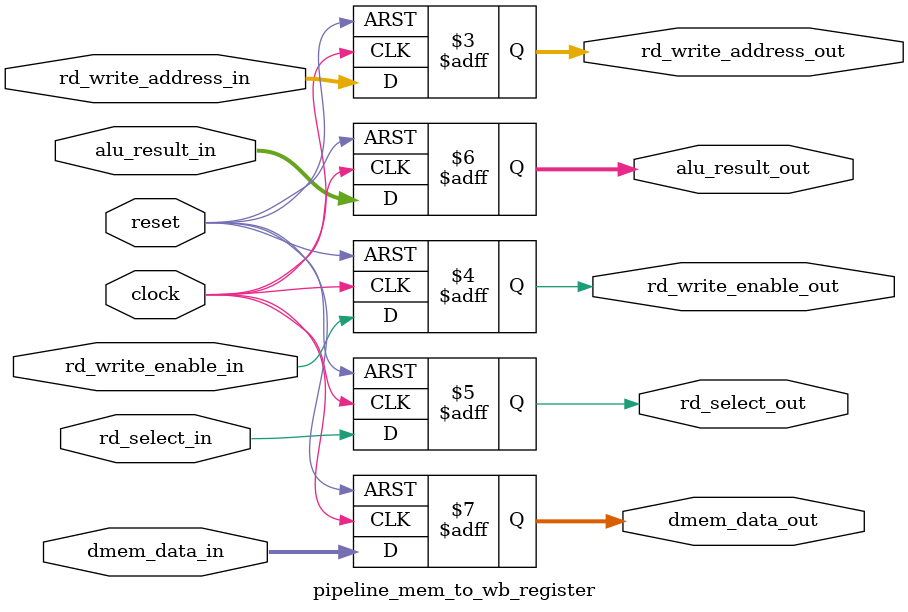
<source format=v>
`timescale 1ns / 1ps

module pipeline_mem_to_wb_register(
    input               clock,
    input               reset,

    input       [4:0]   rd_write_address_in,
    input               rd_select_in,
    input               rd_write_enable_in,

    input       [31:0]  alu_result_in,
    input       [31:0]  dmem_data_in,

    output reg  [4:0]   rd_write_address_out,
    output reg          rd_write_enable_out,
    output reg          rd_select_out,

    output reg  [31:0]  alu_result_out,
    output reg  [31:0]  dmem_data_out
    );

    always @(posedge clock or posedge reset) 
    begin
        if(reset == 1'b1) 
        begin
            rd_write_address_out    <= 5'b0;
            rd_select_out           <= 1'b0;
            rd_write_enable_out     <= 1'b0;

            alu_result_out          <= 32'b0;
            dmem_data_out           <= 32'b0;
        end
        else 
        begin
            rd_write_address_out    <= rd_write_address_in;
            rd_select_out           <= rd_select_in;
            rd_write_enable_out     <= rd_write_enable_in;

            alu_result_out          <= alu_result_in;
            dmem_data_out           <= dmem_data_in;
        end
    end 
endmodule

</source>
